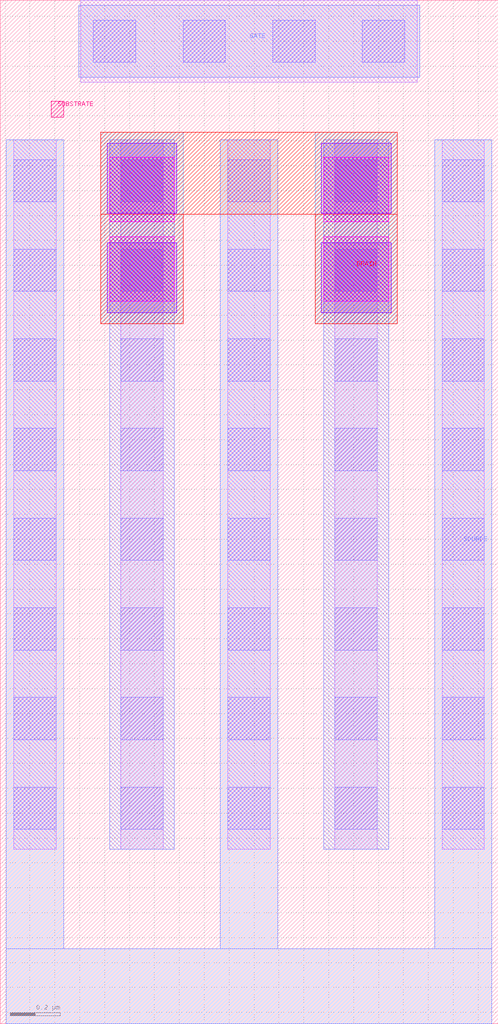
<source format=lef>
# Copyright 2020 The SkyWater PDK Authors
#
# Licensed under the Apache License, Version 2.0 (the "License");
# you may not use this file except in compliance with the License.
# You may obtain a copy of the License at
#
#     https://www.apache.org/licenses/LICENSE-2.0
#
# Unless required by applicable law or agreed to in writing, software
# distributed under the License is distributed on an "AS IS" BASIS,
# WITHOUT WARRANTIES OR CONDITIONS OF ANY KIND, either express or implied.
# See the License for the specific language governing permissions and
# limitations under the License.
#
# SPDX-License-Identifier: Apache-2.0

VERSION 5.7 ;
  NOWIREEXTENSIONATPIN ON ;
  DIVIDERCHAR "/" ;
  BUSBITCHARS "[]" ;
MACRO sky130_fd_pr__rf_nfet_01v8_lvt_aF04W3p00L0p15
  CLASS BLOCK ;
  FOREIGN sky130_fd_pr__rf_nfet_01v8_lvt_aF04W3p00L0p15 ;
  ORIGIN -0.180000  0.445000 ;
  SIZE  2.000000 BY  4.110000 ;
  PIN DRAIN
    ANTENNADIFFAREA  1.680000 ;
    PORT
      LAYER met3 ;
        RECT 0.585000 2.365000 0.915000 2.805000 ;
        RECT 0.585000 2.805000 1.775000 3.135000 ;
        RECT 1.445000 2.365000 1.775000 2.805000 ;
    END
  END DRAIN
  PIN GATE
    ANTENNAGATEAREA  1.800000 ;
    PORT
      LAYER met1 ;
        RECT 0.495000 3.355000 1.865000 3.645000 ;
    END
  END GATE
  PIN SOURCE
    ANTENNADIFFAREA  2.520000 ;
    PORT
      LAYER met1 ;
        RECT 0.205000 -0.445000 2.155000 -0.145000 ;
        RECT 0.205000 -0.145000 0.435000  3.105000 ;
        RECT 1.065000 -0.145000 1.295000  3.105000 ;
        RECT 1.925000 -0.145000 2.155000  3.105000 ;
    END
  END SOURCE
  PIN SUBSTRATE
    PORT
      LAYER pwell ;
        RECT 0.385000 3.195000 0.435000 3.260000 ;
    END
  END SUBSTRATE
  OBS
    LAYER li1 ;
      RECT 0.235000 0.255000 0.405000 3.105000 ;
      RECT 0.505000 3.335000 1.855000 3.665000 ;
      RECT 0.665000 0.255000 0.835000 3.105000 ;
      RECT 1.095000 0.255000 1.265000 3.105000 ;
      RECT 1.525000 0.255000 1.695000 3.105000 ;
      RECT 1.955000 0.255000 2.125000 3.105000 ;
    LAYER mcon ;
      RECT 0.235000 0.335000 0.405000 0.505000 ;
      RECT 0.235000 0.695000 0.405000 0.865000 ;
      RECT 0.235000 1.055000 0.405000 1.225000 ;
      RECT 0.235000 1.415000 0.405000 1.585000 ;
      RECT 0.235000 1.775000 0.405000 1.945000 ;
      RECT 0.235000 2.135000 0.405000 2.305000 ;
      RECT 0.235000 2.495000 0.405000 2.665000 ;
      RECT 0.235000 2.855000 0.405000 3.025000 ;
      RECT 0.555000 3.415000 0.725000 3.585000 ;
      RECT 0.665000 0.335000 0.835000 0.505000 ;
      RECT 0.665000 0.695000 0.835000 0.865000 ;
      RECT 0.665000 1.055000 0.835000 1.225000 ;
      RECT 0.665000 1.415000 0.835000 1.585000 ;
      RECT 0.665000 1.775000 0.835000 1.945000 ;
      RECT 0.665000 2.135000 0.835000 2.305000 ;
      RECT 0.665000 2.495000 0.835000 2.665000 ;
      RECT 0.665000 2.855000 0.835000 3.025000 ;
      RECT 0.915000 3.415000 1.085000 3.585000 ;
      RECT 1.095000 0.335000 1.265000 0.505000 ;
      RECT 1.095000 0.695000 1.265000 0.865000 ;
      RECT 1.095000 1.055000 1.265000 1.225000 ;
      RECT 1.095000 1.415000 1.265000 1.585000 ;
      RECT 1.095000 1.775000 1.265000 1.945000 ;
      RECT 1.095000 2.135000 1.265000 2.305000 ;
      RECT 1.095000 2.495000 1.265000 2.665000 ;
      RECT 1.095000 2.855000 1.265000 3.025000 ;
      RECT 1.275000 3.415000 1.445000 3.585000 ;
      RECT 1.525000 0.335000 1.695000 0.505000 ;
      RECT 1.525000 0.695000 1.695000 0.865000 ;
      RECT 1.525000 1.055000 1.695000 1.225000 ;
      RECT 1.525000 1.415000 1.695000 1.585000 ;
      RECT 1.525000 1.775000 1.695000 1.945000 ;
      RECT 1.525000 2.135000 1.695000 2.305000 ;
      RECT 1.525000 2.495000 1.695000 2.665000 ;
      RECT 1.525000 2.855000 1.695000 3.025000 ;
      RECT 1.635000 3.415000 1.805000 3.585000 ;
      RECT 1.955000 0.335000 2.125000 0.505000 ;
      RECT 1.955000 0.695000 2.125000 0.865000 ;
      RECT 1.955000 1.055000 2.125000 1.225000 ;
      RECT 1.955000 1.415000 2.125000 1.585000 ;
      RECT 1.955000 1.775000 2.125000 1.945000 ;
      RECT 1.955000 2.135000 2.125000 2.305000 ;
      RECT 1.955000 2.495000 2.125000 2.665000 ;
      RECT 1.955000 2.855000 2.125000 3.025000 ;
    LAYER met1 ;
      RECT 0.620000 0.255000 0.880000 3.105000 ;
      RECT 1.480000 0.255000 1.740000 3.105000 ;
    LAYER met2 ;
      RECT 0.585000 2.365000 0.915000 3.135000 ;
      RECT 1.445000 2.365000 1.775000 3.135000 ;
    LAYER via ;
      RECT 0.620000 2.455000 0.880000 2.715000 ;
      RECT 0.620000 2.775000 0.880000 3.035000 ;
      RECT 1.480000 2.455000 1.740000 2.715000 ;
      RECT 1.480000 2.775000 1.740000 3.035000 ;
    LAYER via2 ;
      RECT 0.610000 2.410000 0.890000 2.690000 ;
      RECT 0.610000 2.810000 0.890000 3.090000 ;
      RECT 1.470000 2.410000 1.750000 2.690000 ;
      RECT 1.470000 2.810000 1.750000 3.090000 ;
  END
END sky130_fd_pr__rf_nfet_01v8_lvt_aF04W3p00L0p15
END LIBRARY

</source>
